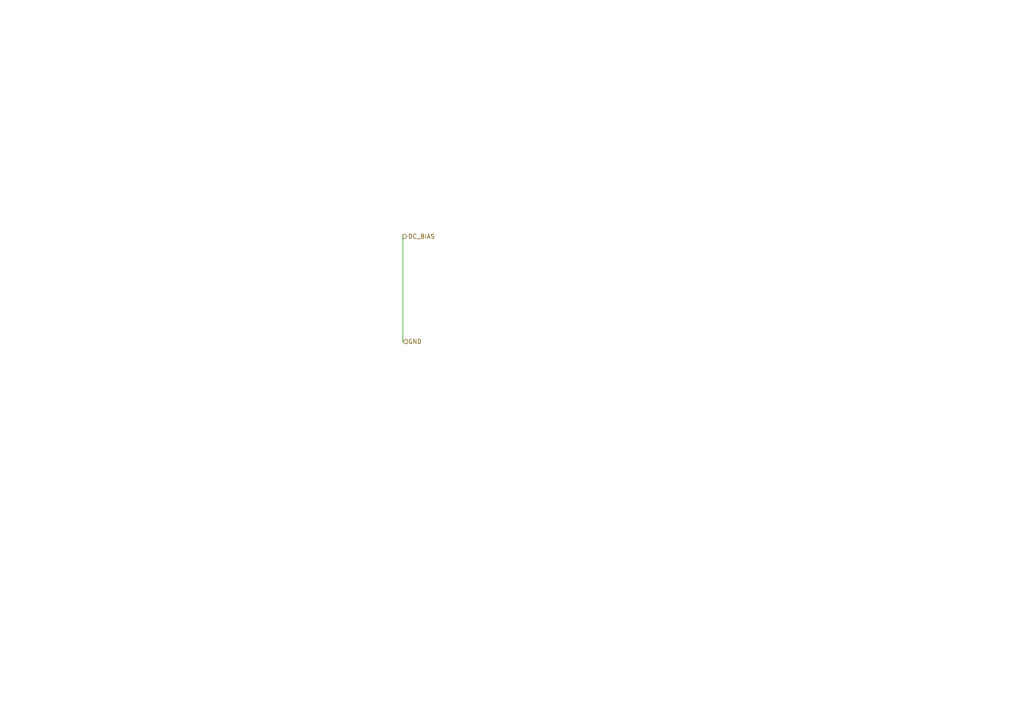
<source format=kicad_sch>
(kicad_sch (version 20230121) (generator eeschema)
  (paper "A4")
  (lib_symbols)
  (wire (pts (xy 116.84 68.58) (xy 116.84 99.06)))
  (hierarchical_label "GND" (shape input) (at 116.84 99.06 0))
  (hierarchical_label "DC_BIAS" (shape output) (at 116.84 68.58 0))
)
</source>
